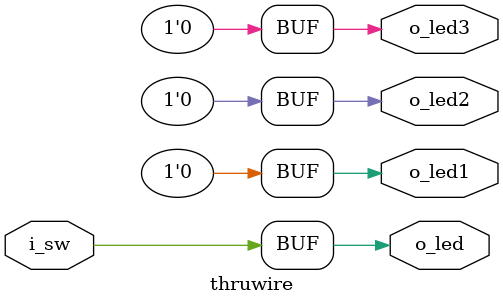
<source format=v>
/*
    Thruwire
    ---------

            FPGA
            +---------------+
            |               |
      i_sw  |               |  o_led
    --------+---------------+---------
            |               |
            |               |
            +---------------+

*/

`default_nettype none

module thruwire (i_sw, o_led, o_led1, o_led2, o_led3);
    input   wire i_sw;
    output  wire o_led;

    output  wire o_led1;
    output  wire o_led2;
    output  wire o_led3;

    assign  o_led = i_sw;

    assign o_led1 = 0;
    assign o_led2 = 0;
    assign o_led3 = 0;

endmodule

</source>
